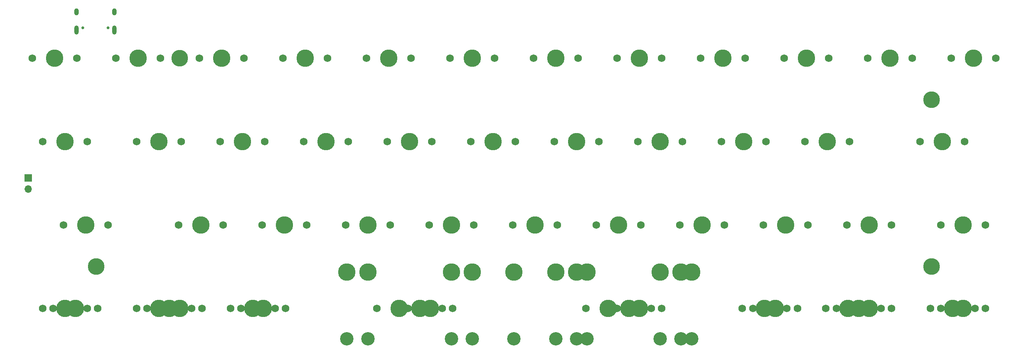
<source format=gbr>
%TF.GenerationSoftware,KiCad,Pcbnew,(6.0.1)*%
%TF.CreationDate,2022-03-03T09:55:52+01:00*%
%TF.ProjectId,bm42,626d3432-2e6b-4696-9361-645f70636258,rev?*%
%TF.SameCoordinates,Original*%
%TF.FileFunction,Soldermask,Top*%
%TF.FilePolarity,Negative*%
%FSLAX46Y46*%
G04 Gerber Fmt 4.6, Leading zero omitted, Abs format (unit mm)*
G04 Created by KiCad (PCBNEW (6.0.1)) date 2022-03-03 09:55:52*
%MOMM*%
%LPD*%
G01*
G04 APERTURE LIST*
%ADD10C,3.987800*%
%ADD11C,1.750000*%
%ADD12C,3.048000*%
%ADD13C,3.800000*%
%ADD14R,1.700000X1.700000*%
%ADD15O,1.700000X1.700000*%
%ADD16C,0.650000*%
%ADD17O,1.000000X2.100000*%
%ADD18O,1.000000X1.600000*%
G04 APERTURE END LIST*
D10*
%TO.C,MX26*%
X114300000Y-107950000D03*
D11*
X119380000Y-107950000D03*
X109220000Y-107950000D03*
%TD*%
D10*
%TO.C,MX55*%
X247650000Y-127000000D03*
D11*
X242570000Y-127000000D03*
X252730000Y-127000000D03*
%TD*%
%TO.C,MX5*%
X113982500Y-69850000D03*
X124142500Y-69850000D03*
D10*
X119062500Y-69850000D03*
%TD*%
D11*
%TO.C,MX52*%
X209867500Y-127000000D03*
X199707500Y-127000000D03*
D10*
X204787500Y-127000000D03*
%TD*%
%TO.C,MX31*%
X209550000Y-107950000D03*
D11*
X204470000Y-107950000D03*
X214630000Y-107950000D03*
%TD*%
D10*
%TO.C,MX3*%
X80962500Y-69850000D03*
D11*
X75882500Y-69850000D03*
X86042500Y-69850000D03*
%TD*%
%TO.C,MX15*%
X109855000Y-88900000D03*
X99695000Y-88900000D03*
D10*
X104775000Y-88900000D03*
%TD*%
D11*
%TO.C,MX12*%
X40163750Y-88900000D03*
X50323750Y-88900000D03*
D10*
X45243750Y-88900000D03*
%TD*%
D11*
%TO.C,MX32*%
X233680000Y-107950000D03*
D10*
X228600000Y-107950000D03*
D11*
X223520000Y-107950000D03*
%TD*%
%TO.C,MX1*%
X37782500Y-69850000D03*
D10*
X42862500Y-69850000D03*
D11*
X47942500Y-69850000D03*
%TD*%
%TO.C,MX43*%
X247332500Y-69850000D03*
X257492500Y-69850000D03*
D10*
X252412500Y-69850000D03*
%TD*%
D11*
%TO.C,MX34*%
X40163750Y-127000000D03*
X50323750Y-127000000D03*
D10*
X45243750Y-127000000D03*
%TD*%
D11*
%TO.C,MX2*%
X56832500Y-69850000D03*
D10*
X61912500Y-69850000D03*
D11*
X66992500Y-69850000D03*
%TD*%
D10*
%TO.C,MX53*%
X226218750Y-127000000D03*
D11*
X221138750Y-127000000D03*
X231298750Y-127000000D03*
%TD*%
%TO.C,MX25*%
X100330000Y-107950000D03*
D10*
X95250000Y-107950000D03*
D11*
X90170000Y-107950000D03*
%TD*%
D10*
%TO.C,MX54*%
X223837500Y-127000000D03*
D11*
X228917500Y-127000000D03*
X218757500Y-127000000D03*
%TD*%
%TO.C,MX50*%
X76517500Y-127000000D03*
D10*
X71437500Y-127000000D03*
D11*
X66357500Y-127000000D03*
%TD*%
%TO.C,MX49*%
X63976250Y-127000000D03*
D10*
X69056250Y-127000000D03*
D11*
X74136250Y-127000000D03*
%TD*%
D10*
%TO.C,MX22*%
X245268750Y-88900000D03*
D11*
X250348750Y-88900000D03*
X240188750Y-88900000D03*
%TD*%
D10*
%TO.C,MX39*%
X188118750Y-118745000D03*
D11*
X171132500Y-127000000D03*
D10*
X164306250Y-118745000D03*
D12*
X188118750Y-133985000D03*
D11*
X181292500Y-127000000D03*
D10*
X176212500Y-127000000D03*
D12*
X164306250Y-133985000D03*
%TD*%
D10*
%TO.C,MX19*%
X180975000Y-88900000D03*
D11*
X186055000Y-88900000D03*
X175895000Y-88900000D03*
%TD*%
%TO.C,MX7*%
X162242500Y-69850000D03*
D10*
X157162500Y-69850000D03*
D11*
X152082500Y-69850000D03*
%TD*%
%TO.C,MX20*%
X194945000Y-88900000D03*
X205105000Y-88900000D03*
D10*
X200025000Y-88900000D03*
%TD*%
D11*
%TO.C,MX48*%
X42545000Y-127000000D03*
D10*
X47625000Y-127000000D03*
D11*
X52705000Y-127000000D03*
%TD*%
%TO.C,MX18*%
X156845000Y-88900000D03*
X167005000Y-88900000D03*
D10*
X161925000Y-88900000D03*
%TD*%
D11*
%TO.C,MX17*%
X137795000Y-88900000D03*
D10*
X142875000Y-88900000D03*
D11*
X147955000Y-88900000D03*
%TD*%
D10*
%TO.C,MX40*%
X207168750Y-127000000D03*
D11*
X212248750Y-127000000D03*
X202088750Y-127000000D03*
%TD*%
%TO.C,MX36*%
X83026250Y-127000000D03*
D10*
X88106250Y-127000000D03*
D11*
X93186250Y-127000000D03*
%TD*%
%TO.C,MX51*%
X85407500Y-127000000D03*
D10*
X90487500Y-127000000D03*
D11*
X95567500Y-127000000D03*
%TD*%
%TO.C,MX27*%
X128270000Y-107950000D03*
D10*
X133350000Y-107950000D03*
D11*
X138430000Y-107950000D03*
%TD*%
%TO.C,MX41*%
X223520000Y-127000000D03*
D10*
X228600000Y-127000000D03*
D11*
X233680000Y-127000000D03*
%TD*%
D12*
%TO.C,MX37*%
X147637500Y-133985000D03*
D10*
X128587500Y-127000000D03*
X109537500Y-118745000D03*
D11*
X133667500Y-127000000D03*
D10*
X147637500Y-118745000D03*
D12*
X109537500Y-133985000D03*
D11*
X123507500Y-127000000D03*
%TD*%
D10*
%TO.C,MX46*%
X121443750Y-127000000D03*
D11*
X116363750Y-127000000D03*
D12*
X133350000Y-133985000D03*
D11*
X126523750Y-127000000D03*
D12*
X109537500Y-133985000D03*
D10*
X133350000Y-118745000D03*
X109537500Y-118745000D03*
%TD*%
D11*
%TO.C,MX14*%
X80645000Y-88900000D03*
D10*
X85725000Y-88900000D03*
D11*
X90805000Y-88900000D03*
%TD*%
%TO.C,MX10*%
X219392500Y-69850000D03*
X209232500Y-69850000D03*
D10*
X214312500Y-69850000D03*
%TD*%
%TO.C,MX4*%
X100012500Y-69850000D03*
D11*
X94932500Y-69850000D03*
X105092500Y-69850000D03*
%TD*%
D10*
%TO.C,MX45*%
X161925000Y-118745000D03*
D11*
X168751250Y-127000000D03*
X178911250Y-127000000D03*
D10*
X173831250Y-127000000D03*
D12*
X185737500Y-133985000D03*
X161925000Y-133985000D03*
D10*
X185737500Y-118745000D03*
%TD*%
%TO.C,MX33*%
X250031250Y-107950000D03*
D11*
X255111250Y-107950000D03*
X244951250Y-107950000D03*
%TD*%
%TO.C,MX21*%
X213995000Y-88900000D03*
X224155000Y-88900000D03*
D10*
X219075000Y-88900000D03*
%TD*%
%TO.C,MX6*%
X138112500Y-69850000D03*
D11*
X133032500Y-69850000D03*
X143192500Y-69850000D03*
%TD*%
D10*
%TO.C,MX23*%
X50006250Y-107950000D03*
D11*
X44926250Y-107950000D03*
X55086250Y-107950000D03*
%TD*%
%TO.C,MX28*%
X147320000Y-107950000D03*
X157480000Y-107950000D03*
D10*
X152400000Y-107950000D03*
%TD*%
%TO.C,MX47*%
X157162500Y-118745000D03*
D12*
X180975000Y-133985000D03*
D11*
X174148750Y-127000000D03*
D10*
X169068750Y-127000000D03*
D11*
X163988750Y-127000000D03*
D12*
X157162500Y-133985000D03*
D10*
X180975000Y-118745000D03*
%TD*%
D11*
%TO.C,MX29*%
X176530000Y-107950000D03*
X166370000Y-107950000D03*
D10*
X171450000Y-107950000D03*
%TD*%
D11*
%TO.C,MX30*%
X195580000Y-107950000D03*
X185420000Y-107950000D03*
D10*
X190500000Y-107950000D03*
%TD*%
%TO.C,MX9*%
X195262500Y-69850000D03*
D11*
X200342500Y-69850000D03*
X190182500Y-69850000D03*
%TD*%
D10*
%TO.C,MX44*%
X126206250Y-127000000D03*
D12*
X138112500Y-133985000D03*
D11*
X131286250Y-127000000D03*
D10*
X138112500Y-118745000D03*
X114300000Y-118745000D03*
D11*
X121126250Y-127000000D03*
D12*
X114300000Y-133985000D03*
%TD*%
D11*
%TO.C,MX16*%
X118745000Y-88900000D03*
X128905000Y-88900000D03*
D10*
X123825000Y-88900000D03*
%TD*%
D11*
%TO.C,MX24*%
X71120000Y-107950000D03*
X81280000Y-107950000D03*
D10*
X76200000Y-107950000D03*
%TD*%
D11*
%TO.C,MX35*%
X61595000Y-127000000D03*
X71755000Y-127000000D03*
D10*
X66675000Y-127000000D03*
%TD*%
D11*
%TO.C,MX42*%
X255111250Y-127000000D03*
X244951250Y-127000000D03*
D10*
X250031250Y-127000000D03*
%TD*%
D11*
%TO.C,MX11*%
X228282500Y-69850000D03*
X238442500Y-69850000D03*
D10*
X233362500Y-69850000D03*
%TD*%
%TO.C,MX13*%
X66675000Y-88900000D03*
D11*
X71755000Y-88900000D03*
X61595000Y-88900000D03*
%TD*%
%TO.C,MX8*%
X171132500Y-69850000D03*
D10*
X176212500Y-69850000D03*
D11*
X181292500Y-69850000D03*
%TD*%
D13*
%TO.C,H2*%
X242887500Y-79375000D03*
%TD*%
%TO.C,H5*%
X242887500Y-117475000D03*
%TD*%
%TO.C,H1*%
X71437500Y-69850000D03*
%TD*%
%TO.C,H4*%
X52387500Y-117475000D03*
%TD*%
D14*
%TO.C,RESET*%
X36830000Y-97226200D03*
D15*
X36830000Y-99766200D03*
%TD*%
D16*
%TO.C,USB1*%
X49307000Y-62925000D03*
X55087000Y-62925000D03*
D17*
X56517000Y-63455000D03*
D18*
X56517000Y-59275000D03*
D17*
X47877000Y-63455000D03*
D18*
X47877000Y-59275000D03*
%TD*%
M02*

</source>
